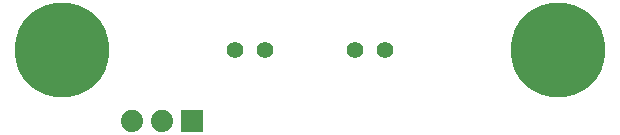
<source format=gbr>
G75*
G70*
%OFA0B0*%
%FSLAX24Y24*%
%IPPOS*%
%LPD*%
%AMOC8*
5,1,8,0,0,1.08239X$1,22.5*
%
%ADD10C,0.3150*%
%ADD11R,0.0740X0.0740*%
%ADD12C,0.0740*%
%ADD13C,0.0560*%
D10*
X002494Y004511D03*
X019029Y004511D03*
D11*
X006824Y002149D03*
D12*
X004824Y002149D03*
X005824Y002149D03*
D13*
X008257Y004495D03*
X009257Y004495D03*
X012273Y004495D03*
X013273Y004495D03*
M02*

</source>
